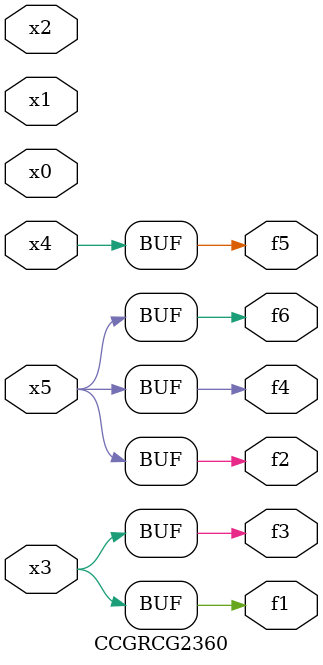
<source format=v>
module CCGRCG2360(
	input x0, x1, x2, x3, x4, x5,
	output f1, f2, f3, f4, f5, f6
);
	assign f1 = x3;
	assign f2 = x5;
	assign f3 = x3;
	assign f4 = x5;
	assign f5 = x4;
	assign f6 = x5;
endmodule

</source>
